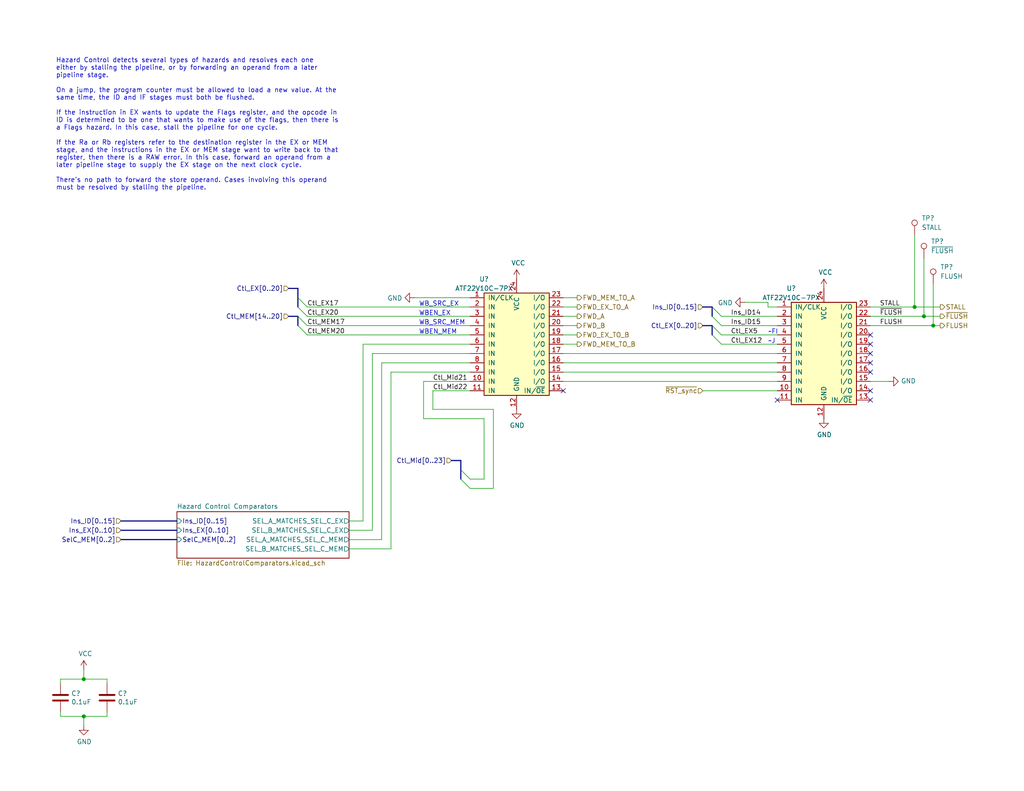
<source format=kicad_sch>
(kicad_sch (version 20250114) (generator "eeschema") (generator_version "9.0")
  (paper "USLetter")
  (title_block (title "Hazard Control") (date "2025-07-01") (rev "A") (comment 2 "control operand forwarding.") (comment 3 "This may stall the pipeline on a hazard. For RAW hazards, it produces signals to") (comment 4 "Control logic for dealing with pipeline hazards"))
  (lib_symbols
    (symbol "Connector:TestPoint" (pin_numbers (hide yes)) (pin_names (offset 0.762) (hide yes))
      (property "Reference" "TP" (at 0 6.858 0))
      (property "Value" "TestPoint" (at 0 5.08 0))
      (symbol "TestPoint_0_1"
        (circle (center 0 3.302) (radius 0.762))
      )
      (symbol "TestPoint_1_1"
        (pin passive line (at 0 0 90) (length 2.54) (name "1") (number "1"))
      )
    )
    (symbol "Device:C" (pin_numbers (hide yes)) (pin_names (offset 0.254))
      (property "Reference" "C" (at 0.635 2.54 0))
      (property "Value" "C" (at 0.635 -2.54 0))
      (symbol "C_0_1"
        (polyline (pts (xy -2.032 0.762) (xy 2.032 0.762)) (stroke (width 0.508)))
        (polyline (pts (xy -2.032 -0.762) (xy 2.032 -0.762)) (stroke (width 0.508)))
      )
      (symbol "C_1_1"
        (pin passive line (at 0 3.81 270) (length 2.794) (name "~") (number "1"))
        (pin passive line (at 0 -3.81 90) (length 2.794) (name "~") (number "2"))
      )
    )
    (symbol "Turtle16:ATF22V10C" (pin_names (offset 1.016))
      (symbol "ATF22V10C_1_1"
        (rectangle (start -8.89 -15.24) (end 8.89 12.7) (stroke (width 0.254)) (fill (type background)))
        (pin input line (at -12.7 11.43 0) (length 3.81) (name "IN/CLK") (number "1"))
        (pin input line (at -12.7 8.89 0) (length 3.81) (name "IN") (number "2"))
        (pin input line (at -12.7 6.35 0) (length 3.81) (name "IN") (number "3"))
        (pin input line (at -12.7 3.81 0) (length 3.81) (name "IN") (number "4"))
        (pin input line (at -12.7 1.27 0) (length 3.81) (name "IN") (number "5"))
        (pin input line (at -12.7 -1.27 0) (length 3.81) (name "IN") (number "6"))
        (pin input line (at -12.7 -3.81 0) (length 3.81) (name "IN") (number "7"))
        (pin input line (at -12.7 -6.35 0) (length 3.81) (name "IN") (number "8"))
        (pin input line (at -12.7 -8.89 0) (length 3.81) (name "IN") (number "9"))
        (pin input line (at -12.7 -11.43 0) (length 3.81) (name "IN") (number "10"))
        (pin input line (at -12.7 -13.97 0) (length 3.81) (name "IN") (number "11"))
        (pin power_in line (at 0 16.51 270) (length 3.81) (name "VCC") (number "24"))
        (pin power_in line (at 0 -19.05 90) (length 3.81) (name "GND") (number "12"))
        (pin passive line (at 12.7 11.43 180) (length 3.81) (name "I/O") (number "23"))
        (pin passive line (at 12.7 8.89 180) (length 3.81) (name "I/O") (number "22"))
        (pin passive line (at 12.7 6.35 180) (length 3.81) (name "I/O") (number "21"))
        (pin passive line (at 12.7 3.81 180) (length 3.81) (name "I/O") (number "20"))
        (pin passive line (at 12.7 1.27 180) (length 3.81) (name "I/O") (number "19"))
        (pin passive line (at 12.7 -1.27 180) (length 3.81) (name "I/O") (number "18"))
        (pin passive line (at 12.7 -3.81 180) (length 3.81) (name "I/O") (number "17"))
        (pin passive line (at 12.7 -6.35 180) (length 3.81) (name "I/O") (number "16"))
        (pin passive line (at 12.7 -8.89 180) (length 3.81) (name "I/O") (number "15"))
        (pin passive line (at 12.7 -11.43 180) (length 3.81) (name "I/O") (number "14"))
        (pin input line (at 12.7 -13.97 180) (length 3.81) (name "IN/~{OE}") (number "13"))
      )
    )
    (symbol "power:GND" (power) (pin_numbers (hide yes)) (pin_names (offset 0) (hide yes))
      (property "Value" "GND" (at 0 -3.81 0))
      (symbol "GND_0_1"
        (polyline (pts (xy 0 0) (xy 0 -1.27) (xy 1.27 -1.27) (xy 0 -2.54) (xy -1.27 -1.27) (xy 0 -1.27)))
      )
      (symbol "GND_1_1"
        (pin power_in line (at 0 0 270) (length 0) (name "~") (number "1"))
      )
    )
    (symbol "power:VCC" (power) (pin_numbers (hide yes)) (pin_names (offset 0) (hide yes))
      (property "Value" "VCC" (at 0 3.556 0))
      (symbol "VCC_0_1"
        (polyline (pts (xy -0.762 1.27) (xy 0 2.54)))
        (polyline (pts (xy 0 2.54) (xy 0.762 1.27)))
        (polyline (pts (xy 0 0) (xy 0 2.54)))
      )
      (symbol "VCC_1_1"
        (pin power_in line (at 0 0 90) (length 0) (name "~") (number "1"))
      )
    )
  )
  (text "Hazard Control detects several types of hazards and resolves each one\neither by stalling the pipeline, or by forwarding an operand from a later\npipeline stage.\n\nOn a jump, the program counter must be allowed to load a new value. At the\nsame time, the ID and IF stages must both be flushed.\n\nIf the instruction in EX wants to update the Flags register, and the opcode in\nID is determined to be one that wants to make use of the flags, then there is\na Flags hazard. In this case, stall the pipeline for one cycle.\n\nIf the Ra or Rb registers refer to the destination register in the EX or MEM\nstage, and the instructions in the EX or MEM stage want to write back to that\nregister, then there is a RAW error. In this case, forward an operand from a\nlater pipeline stage to supply the EX stage on the next clock cycle.\n\nThere’s no path to forward the store operand. Cases involving this operand\nmust be resolved by stalling the pipeline." (at 15.24 52.07 0) (effects (font (size 1.27 1.27)) (justify left bottom)))
  (text "WBEN_EX" (at 114.3 86.36 0) (effects (font (size 1.27 1.27)) (justify left bottom)))
  (text "WBEN_MEM" (at 114.3 91.44 0) (effects (font (size 1.27 1.27)) (justify left bottom)))
  (text "WB_SRC_EX" (at 114.3 83.82 0) (effects (font (size 1.27 1.27)) (justify left bottom)))
  (text "~J" (at 209.55 93.98 0) (effects (font (size 1.27 1.27)) (justify left bottom)))
  (text "~FI" (at 209.55 91.44 0) (effects (font (size 1.27 1.27)) (justify left bottom)))
  (text "WB_SRC_MEM" (at 114.3 88.9 0) (effects (font (size 1.27 1.27)) (justify left bottom)))
  (junction (at 22.86 185.42))
  (junction (at 249.555 83.82))
  (junction (at 252.095 86.36))
  (junction (at 254.635 88.9))
  (junction (at 22.86 195.58))
  (no_connect (at 212.09 109.22))
  (no_connect (at 237.49 109.22))
  (no_connect (at 237.49 93.98))
  (no_connect (at 237.49 91.44))
  (no_connect (at 237.49 106.68))
  (no_connect (at 237.49 99.06))
  (no_connect (at 237.49 101.6))
  (no_connect (at 153.67 106.68))
  (no_connect (at 237.49 96.52))
  (bus_entry (at 128.27 130.81) (size -2.54 -2.54))
  (bus_entry (at 196.85 86.36) (size -2.54 -2.54))
  (bus_entry (at 83.82 83.82) (size -2.54 -2.54))
  (bus_entry (at 194.31 88.9) (size 2.54 2.54))
  (bus_entry (at 81.28 83.82) (size 2.54 2.54))
  (bus_entry (at 194.31 91.44) (size 2.54 2.54))
  (bus_entry (at 83.82 91.44) (size -2.54 -2.54))
  (bus_entry (at 83.82 88.9) (size -2.54 -2.54))
  (bus_entry (at 128.27 133.35) (size -2.54 -2.54))
  (bus_entry (at 196.85 88.9) (size -2.54 -2.54))
  (wire (pts (xy 157.48 88.9) (xy 153.67 88.9)))
  (wire (pts (xy 212.09 99.06) (xy 153.67 99.06)))
  (wire (pts (xy 134.62 133.35) (xy 128.27 133.35)))
  (wire (pts (xy 16.51 185.42) (xy 22.86 185.42)))
  (wire (pts (xy 254.635 88.9) (xy 256.54 88.9)))
  (wire (pts (xy 118.11 111.76) (xy 134.62 111.76)))
  (wire (pts (xy 118.11 106.68) (xy 128.27 106.68)))
  (wire (pts (xy 115.57 114.3) (xy 115.57 104.14)))
  (wire (pts (xy 237.49 104.14) (xy 242.57 104.14)))
  (bus (pts (xy 78.74 86.36) (xy 81.28 86.36)))
  (wire (pts (xy 128.27 99.06) (xy 104.14 99.06)))
  (wire (pts (xy 83.82 91.44) (xy 128.27 91.44)))
  (wire (pts (xy 153.67 96.52) (xy 212.09 96.52)))
  (wire (pts (xy 191.77 106.68) (xy 212.09 106.68)))
  (wire (pts (xy 128.27 101.6) (xy 106.68 101.6)))
  (bus (pts (xy 191.77 88.9) (xy 194.31 88.9)))
  (bus (pts (xy 81.28 81.28) (xy 81.28 83.82)))
  (wire (pts (xy 196.85 93.98) (xy 212.09 93.98)))
  (bus (pts (xy 81.28 86.36) (xy 81.28 88.9)))
  (wire (pts (xy 134.62 111.76) (xy 134.62 133.35)))
  (wire (pts (xy 132.08 114.3) (xy 115.57 114.3)))
  (wire (pts (xy 29.21 185.42) (xy 29.21 186.69)))
  (wire (pts (xy 99.06 142.24) (xy 95.25 142.24)))
  (wire (pts (xy 99.06 93.98) (xy 99.06 142.24)))
  (wire (pts (xy 252.095 86.36) (xy 256.54 86.36)))
  (wire (pts (xy 106.68 101.6) (xy 106.68 149.86)))
  (wire (pts (xy 254.635 77.47) (xy 254.635 88.9)))
  (bus (pts (xy 81.28 78.74) (xy 81.28 81.28)))
  (wire (pts (xy 157.48 83.82) (xy 153.67 83.82)))
  (wire (pts (xy 115.57 104.14) (xy 128.27 104.14)))
  (wire (pts (xy 22.86 198.12) (xy 22.86 195.58)))
  (wire (pts (xy 104.14 147.32) (xy 95.25 147.32)))
  (wire (pts (xy 128.27 81.28) (xy 113.03 81.28)))
  (wire (pts (xy 153.67 101.6) (xy 212.09 101.6)))
  (wire (pts (xy 22.86 195.58) (xy 29.21 195.58)))
  (wire (pts (xy 16.51 186.69) (xy 16.51 185.42)))
  (wire (pts (xy 249.555 64.135) (xy 249.555 83.82)))
  (wire (pts (xy 132.08 130.81) (xy 132.08 114.3)))
  (wire (pts (xy 29.21 195.58) (xy 29.21 194.31)))
  (bus (pts (xy 123.19 125.73) (xy 125.73 125.73)))
  (wire (pts (xy 237.49 83.82) (xy 249.555 83.82)))
  (bus (pts (xy 191.77 83.82) (xy 194.31 83.82)))
  (wire (pts (xy 209.55 82.55) (xy 209.55 83.82)))
  (wire (pts (xy 83.82 86.36) (xy 128.27 86.36)))
  (bus (pts (xy 78.74 78.74) (xy 81.28 78.74)))
  (bus (pts (xy 194.31 88.9) (xy 194.31 91.44)))
  (wire (pts (xy 128.27 96.52) (xy 101.6 96.52)))
  (wire (pts (xy 153.67 91.44) (xy 157.48 91.44)))
  (bus (pts (xy 125.73 125.73) (xy 125.73 128.27)))
  (bus (pts (xy 33.02 147.32) (xy 48.26 147.32)))
  (wire (pts (xy 22.86 185.42) (xy 29.21 185.42)))
  (wire (pts (xy 83.82 88.9) (xy 128.27 88.9)))
  (wire (pts (xy 118.11 106.68) (xy 118.11 111.76)))
  (wire (pts (xy 203.2 82.55) (xy 209.55 82.55)))
  (wire (pts (xy 237.49 86.36) (xy 252.095 86.36)))
  (wire (pts (xy 128.27 93.98) (xy 99.06 93.98)))
  (wire (pts (xy 128.27 130.81) (xy 132.08 130.81)))
  (wire (pts (xy 83.82 83.82) (xy 128.27 83.82)))
  (bus (pts (xy 48.26 142.24) (xy 33.02 142.24)))
  (bus (pts (xy 48.26 144.78) (xy 33.02 144.78)))
  (wire (pts (xy 209.55 83.82) (xy 212.09 83.82)))
  (wire (pts (xy 249.555 83.82) (xy 256.54 83.82)))
  (wire (pts (xy 153.67 86.36) (xy 157.48 86.36)))
  (wire (pts (xy 237.49 88.9) (xy 254.635 88.9)))
  (wire (pts (xy 196.85 88.9) (xy 212.09 88.9)))
  (bus (pts (xy 125.73 128.27) (xy 125.73 130.81)))
  (wire (pts (xy 106.68 149.86) (xy 95.25 149.86)))
  (wire (pts (xy 22.86 182.88) (xy 22.86 185.42)))
  (wire (pts (xy 101.6 96.52) (xy 101.6 144.78)))
  (wire (pts (xy 101.6 144.78) (xy 95.25 144.78)))
  (wire (pts (xy 104.14 99.06) (xy 104.14 147.32)))
  (wire (pts (xy 212.09 91.44) (xy 196.85 91.44)))
  (wire (pts (xy 212.09 104.14) (xy 153.67 104.14)))
  (wire (pts (xy 196.85 86.36) (xy 212.09 86.36)))
  (wire (pts (xy 16.51 195.58) (xy 22.86 195.58)))
  (wire (pts (xy 157.48 93.98) (xy 153.67 93.98)))
  (bus (pts (xy 194.31 83.82) (xy 194.31 86.36)))
  (wire (pts (xy 153.67 81.28) (xy 157.48 81.28)))
  (wire (pts (xy 252.095 70.485) (xy 252.095 86.36)))
  (wire (pts (xy 16.51 194.31) (xy 16.51 195.58)))
  (label "Ins_ID14" (at 199.39 86.36 0))
  (label "Ctl_MEM20" (at 83.82 91.44 0))
  (label "Ins_ID15" (at 199.39 88.9 0))
  (label "Ctl_Mid21" (at 118.11 104.14 0))
  (label "FLUSH" (at 240.03 88.9 0))
  (label "Ctl_EX12" (at 199.39 93.98 0))
  (label "~{FLUSH}" (at 240.03 86.36 0))
  (label "Ctl_EX5" (at 199.39 91.44 0))
  (label "Ctl_MEM17" (at 83.82 88.9 0))
  (label "STALL" (at 240.03 83.82 0))
  (label "Ctl_EX17" (at 83.82 83.82 0))
  (label "Ctl_Mid22" (at 118.11 106.68 0))
  (label "Ctl_EX20" (at 83.82 86.36 0))
  (hierarchical_label "~{RST_sync}" (shape input) (at 191.77 106.68 180))
  (hierarchical_label "FWD_EX_TO_A" (shape output) (at 157.48 83.82 0))
  (hierarchical_label "FWD_MEM_TO_A" (shape output) (at 157.48 81.28 0))
  (hierarchical_label "FWD_B" (shape output) (at 157.48 88.9 0))
  (hierarchical_label "Ins_ID[0..15]" (shape input) (at 191.77 83.82 180))
  (hierarchical_label "SelC_MEM[0..2]" (shape input) (at 33.02 147.32 180))
  (hierarchical_label "Ctl_EX[0..20]" (shape input) (at 191.77 88.9 180))
  (hierarchical_label "FWD_MEM_TO_B" (shape output) (at 157.48 93.98 0))
  (hierarchical_label "Ctl_Mid[0..23]" (shape input) (at 123.19 125.73 180))
  (hierarchical_label "STALL" (shape output) (at 256.54 83.82 0))
  (hierarchical_label "Ctl_EX[0..20]" (shape input) (at 78.74 78.74 180))
  (hierarchical_label "FLUSH" (shape output) (at 256.54 88.9 0))
  (hierarchical_label "~{FLUSH}" (shape output) (at 256.54 86.36 0))
  (hierarchical_label "Ctl_MEM[14..20]" (shape input) (at 78.74 86.36 180))
  (hierarchical_label "FWD_EX_TO_B" (shape output) (at 157.48 91.44 0))
  (hierarchical_label "Ins_EX[0..10]" (shape input) (at 33.02 144.78 180))
  (hierarchical_label "FWD_A" (shape output) (at 157.48 86.36 0))
  (hierarchical_label "Ins_ID[0..15]" (shape input) (at 33.02 142.24 180))
  (symbol (lib_id "power:VCC") (at 140.97 76.2 0) (unit 1)
    (property "Reference" "#PWR?" (effects (hide yes)))
    (property "Value" "VCC" (at 141.4018 71.8058 0))
    (property "Description" "Power symbol creates a global label with name \"VCC\"" (effects (hide yes)))
    (instances (project "MainBoard" (path "" (reference "#PWR?") (unit 1))) (project "ControlModule" (path "" (reference "#PWR0115") (unit 1))))
  )
  (symbol (lib_id "power:GND") (at 140.97 111.76 0) (unit 1)
    (property "Reference" "#PWR?" (effects (hide yes)))
    (property "Value" "GND" (at 141.097 116.1542 0))
    (property "Description" "Power symbol creates a global label with name \"GND\" , ground" (effects (hide yes)))
    (instances (project "MainBoard" (path "" (reference "#PWR?") (unit 1))) (project "ControlModule" (path "" (reference "#PWR0117") (unit 1))))
  )
  (symbol (lib_id "Turtle16:ATF22V10C") (at 140.97 92.71 0) (unit 1)
    (property "Reference" "U?" (at 132.08 76.2 0))
    (property "Value" "ATF22V10C-7PX" (at 132.08 78.74 0))
    (property "Footprint" "Package_DIP:DIP-24_W7.62mm_Socket" (effects (hide yes)))
    (property "Datasheet" "https://www.mouser.com/datasheet/2/268/doc0735-1369018.pdf" (effects (hide yes)))
    (property "Manufacturer" "Microchip Technology" (effects (hide yes)))
    (property "Manufacturer#" "ATF22V10C-7PX" (effects (hide yes)))
    (property "Mouser#" "556-AF22V10C7PX" (effects (hide yes)))
    (property "Digikey#" "ATF22V10C-7PX-ND" (effects (hide yes)))
    (instances (project "MainBoard" (path "" (reference "U?") (unit 1))) (project "ControlModule" (path "" (reference "U4") (unit 1))))
  )
  (symbol (lib_id "Device:C") (at 16.51 190.5 0) (unit 1)
    (property "Reference" "C?" (at 19.431 189.3316 0) (effects (justify left)))
    (property "Value" "0.1uF" (at 19.431 191.643 0) (effects (justify left)))
    (property "Footprint" "Capacitor_SMD:C_0603_1608Metric" (effects (hide yes)))
    (property "Datasheet" "https://www.mouser.com/datasheet/2/396/taiyo_yuden_12132018_mlcc11_hq_e-1510082.pdf" (effects (hide yes)))
    (property "Manufacturer" "Taiyo Yuden" (effects (hide yes)))
    (property "Manufacturer#" "EMK107B7104KAHT" (effects (hide yes)))
    (property "Mouser#" "963-EMK107B7104KAHT" (effects (hide yes)))
    (property "Digikey#" "587-6004-1-ND" (effects (hide yes)))
    (instances (project "MainBoard" (path "" (reference "C?") (unit 1))) (project "ControlModule" (path "" (reference "C4") (unit 1))))
  )
  (symbol (lib_id "power:VCC") (at 22.86 182.88 0) (unit 1)
    (property "Reference" "#PWR?" (effects (hide yes)))
    (property "Value" "VCC" (at 23.2918 178.4858 0))
    (property "Description" "Power symbol creates a global label with name \"VCC\"" (effects (hide yes)))
    (instances (project "MainBoard" (path "" (reference "#PWR?") (unit 1))) (project "ControlModule" (path "" (reference "#PWR0120") (unit 1))))
  )
  (symbol (lib_id "power:GND") (at 22.86 198.12 0) (unit 1)
    (property "Reference" "#PWR?" (effects (hide yes)))
    (property "Value" "GND" (at 22.987 202.5142 0))
    (property "Description" "Power symbol creates a global label with name \"GND\" , ground" (effects (hide yes)))
    (instances (project "MainBoard" (path "" (reference "#PWR?") (unit 1))) (project "ControlModule" (path "" (reference "#PWR0119") (unit 1))))
  )
  (symbol (lib_id "Device:C") (at 29.21 190.5 0) (unit 1)
    (property "Reference" "C?" (at 32.131 189.3316 0) (effects (justify left)))
    (property "Value" "0.1uF" (at 32.131 191.643 0) (effects (justify left)))
    (property "Footprint" "Capacitor_SMD:C_0603_1608Metric" (effects (hide yes)))
    (property "Datasheet" "https://www.mouser.com/datasheet/2/396/taiyo_yuden_12132018_mlcc11_hq_e-1510082.pdf" (effects (hide yes)))
    (property "Manufacturer" "Taiyo Yuden" (effects (hide yes)))
    (property "Manufacturer#" "EMK107B7104KAHT" (effects (hide yes)))
    (property "Mouser#" "963-EMK107B7104KAHT" (effects (hide yes)))
    (property "Digikey#" "587-6004-1-ND" (effects (hide yes)))
    (instances (project "MainBoard" (path "" (reference "C?") (unit 1))) (project "ControlModule" (path "" (reference "C5") (unit 1))))
  )
  (symbol (lib_id "power:GND") (at 242.57 104.14 90) (unit 1)
    (property "Reference" "#PWR?" (effects (hide yes)))
    (property "Value" "GND" (at 245.8212 104.013 90) (effects (justify right)))
    (property "Description" "Power symbol creates a global label with name \"GND\" , ground" (effects (hide yes)))
    (instances (project "MainBoard" (path "" (reference "#PWR?") (unit 1))) (project "ControlModule" (path "" (reference "#PWR0122") (unit 1))))
  )
  (symbol (lib_id "power:GND") (at 203.2 82.55 270) (unit 1)
    (property "Reference" "#PWR?" (effects (hide yes)))
    (property "Value" "GND" (at 199.9488 82.677 90) (effects (justify right)))
    (property "Description" "Power symbol creates a global label with name \"GND\" , ground" (effects (hide yes)))
    (instances (project "MainBoard" (path "" (reference "#PWR?") (unit 1))) (project "ControlModule" (path "" (reference "#PWR0116") (unit 1))))
  )
  (symbol (lib_id "power:GND") (at 113.03 81.28 270) (unit 1)
    (property "Reference" "#PWR?" (effects (hide yes)))
    (property "Value" "GND" (at 109.7788 81.407 90) (effects (justify right)))
    (property "Description" "Power symbol creates a global label with name \"GND\" , ground" (effects (hide yes)))
    (instances (project "MainBoard" (path "" (reference "#PWR?") (unit 1))) (project "ControlModule" (path "" (reference "#PWR0118") (unit 1))))
  )
  (symbol (lib_id "Turtle16:ATF22V10C") (at 224.79 95.25 0) (unit 1)
    (property "Reference" "U?" (at 215.9 78.74 0))
    (property "Value" "ATF22V10C-7PX" (at 215.9 81.28 0))
    (property "Footprint" "Package_DIP:DIP-24_W7.62mm_Socket" (effects (hide yes)))
    (property "Datasheet" "https://www.mouser.com/datasheet/2/268/doc0735-1369018.pdf" (effects (hide yes)))
    (property "Manufacturer" "Microchip Technology" (effects (hide yes)))
    (property "Manufacturer#" "ATF22V10C-7PX" (effects (hide yes)))
    (property "Mouser#" "556-AF22V10C7PX" (effects (hide yes)))
    (property "Digikey#" "ATF22V10C-7PX-ND" (effects (hide yes)))
    (instances (project "MainBoard" (path "" (reference "U?") (unit 1))) (project "ControlModule" (path "" (reference "U5") (unit 1))))
  )
  (symbol (lib_id "power:VCC") (at 224.79 78.74 0) (unit 1)
    (property "Reference" "#PWR?" (effects (hide yes)))
    (property "Value" "VCC" (at 225.2218 74.3458 0))
    (property "Description" "Power symbol creates a global label with name \"VCC\"" (effects (hide yes)))
    (instances (project "MainBoard" (path "" (reference "#PWR?") (unit 1))) (project "ControlModule" (path "" (reference "#PWR0121") (unit 1))))
  )
  (symbol (lib_id "power:GND") (at 224.79 114.3 0) (unit 1)
    (property "Reference" "#PWR?" (effects (hide yes)))
    (property "Value" "GND" (at 224.917 118.6942 0))
    (property "Description" "Power symbol creates a global label with name \"GND\" , ground" (effects (hide yes)))
    (instances (project "MainBoard" (path "" (reference "#PWR?") (unit 1))) (project "ControlModule" (path "" (reference "#PWR0123") (unit 1))))
  )
  (symbol (lib_id "Connector:TestPoint") (at 254.635 77.47 0) (unit 1) (in_bom no)
    (property "Reference" "TP?" (at 256.54 72.8979 0) (effects (justify left)))
    (property "Value" "FLUSH" (at 256.54 75.4379 0) (effects (justify left)))
    (property "Footprint" "TestPoint:TestPoint_Pad_D1.0mm" (effects (hide yes)))
    (instances (project "MainBoard" (path "" (reference "TP?") (unit 1))) (project "ControlModule" (path "" (reference "TP27") (unit 1))))
  )
  (symbol (lib_id "Connector:TestPoint") (at 252.095 70.485 0) (unit 1) (in_bom no)
    (property "Reference" "TP?" (at 254 65.9129 0) (effects (justify left)))
    (property "Value" "~{FLUSH}" (at 254 68.4529 0) (effects (justify left)))
    (property "Footprint" "TestPoint:TestPoint_Pad_D1.0mm" (effects (hide yes)))
    (instances (project "MainBoard" (path "" (reference "TP?") (unit 1))) (project "ControlModule" (path "" (reference "TP26") (unit 1))))
  )
  (symbol (lib_id "Connector:TestPoint") (at 249.555 64.135 0) (unit 1) (in_bom no)
    (property "Reference" "TP?" (at 251.46 59.5629 0) (effects (justify left)))
    (property "Value" "STALL" (at 251.46 62.1029 0) (effects (justify left)))
    (property "Footprint" "TestPoint:TestPoint_Pad_D1.0mm" (effects (hide yes)))
    (instances (project "MainBoard" (path "" (reference "TP?") (unit 1))) (project "ControlModule" (path "" (reference "TP25") (unit 1))))
  )
  (sheet (at 48.26 139.7) (size 46.99 12.7)
    (property "Sheetname" "Hazard Control Comparators" (at 48.26 138.9884 0) (effects (justify left bottom)))
    (property "Sheetfile" "HazardControlComparators.kicad_sch" (at 48.26 152.9846 0) (effects (justify left top)))
    (pin "Ins_ID[0..15]" input (at 48.26 142.24 180))
    (pin "Ins_EX[0..10]" input (at 48.26 144.78 180))
    (pin "SelC_MEM[0..2]" input (at 48.26 147.32 180))
    (pin "SEL_A_MATCHES_SEL_C_EX" output (at 95.25 142.24 0))
    (pin "SEL_B_MATCHES_SEL_C_EX" output (at 95.25 144.78 0))
    (pin "SEL_A_MATCHES_SEL_C_MEM" output (at 95.25 147.32 0))
    (pin "SEL_B_MATCHES_SEL_C_MEM" output (at 95.25 149.86 0))
  )
)
</source>
